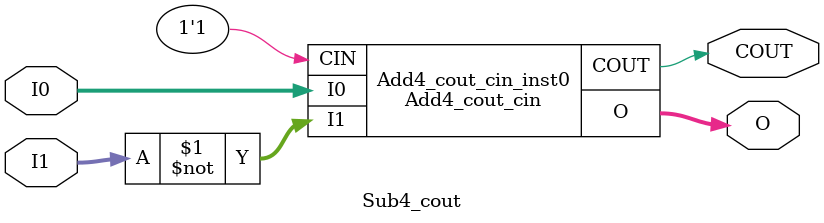
<source format=v>
module Add4_cout_cin (
    input [3:0] I0,
    input [3:0] I1,
    output [3:0] O,
    output COUT,
    input CIN
);
wire [4:0] coreir_add5_inst0_out;
assign coreir_add5_inst0_out = (({1'b0,1'b0,1'b0,1'b0,CIN}) + ({1'b0,I0[3],I0[2],I0[1],I0[0]})) + ({1'b0,I1[3],I1[2],I1[1],I1[0]});
assign O = {coreir_add5_inst0_out[3],coreir_add5_inst0_out[2],coreir_add5_inst0_out[1],coreir_add5_inst0_out[0]};
assign COUT = coreir_add5_inst0_out[4];
endmodule

module Sub4_cout (
    input [3:0] I0,
    input [3:0] I1,
    output [3:0] O,
    output COUT
);
Add4_cout_cin Add4_cout_cin_inst0 (
    .I0(I0),
    .I1(~ I1),
    .O(O),
    .COUT(COUT),
    .CIN(1'b1)
);
endmodule


</source>
